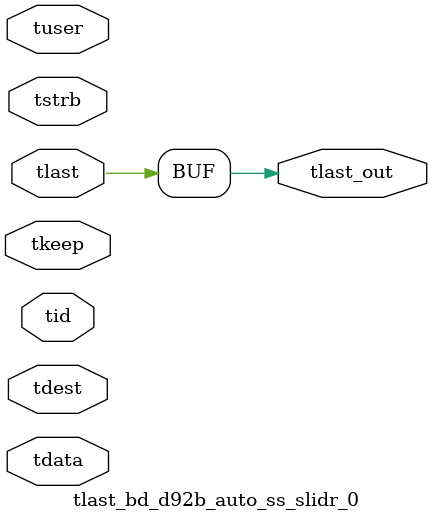
<source format=v>


`timescale 1ps/1ps

module tlast_bd_d92b_auto_ss_slidr_0 #
(
parameter C_S_AXIS_TID_WIDTH   = 1,
parameter C_S_AXIS_TUSER_WIDTH = 0,
parameter C_S_AXIS_TDATA_WIDTH = 0,
parameter C_S_AXIS_TDEST_WIDTH = 0
)
(
input  [(C_S_AXIS_TID_WIDTH   == 0 ? 1 : C_S_AXIS_TID_WIDTH)-1:0       ] tid,
input  [(C_S_AXIS_TDATA_WIDTH == 0 ? 1 : C_S_AXIS_TDATA_WIDTH)-1:0     ] tdata,
input  [(C_S_AXIS_TUSER_WIDTH == 0 ? 1 : C_S_AXIS_TUSER_WIDTH)-1:0     ] tuser,
input  [(C_S_AXIS_TDEST_WIDTH == 0 ? 1 : C_S_AXIS_TDEST_WIDTH)-1:0     ] tdest,
input  [(C_S_AXIS_TDATA_WIDTH/8)-1:0 ] tkeep,
input  [(C_S_AXIS_TDATA_WIDTH/8)-1:0 ] tstrb,
input  [0:0]                                                             tlast,
output                                                                   tlast_out
);

assign tlast_out = {tlast};

endmodule


</source>
